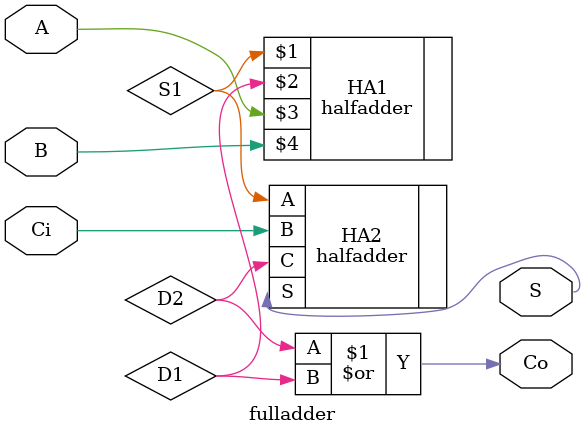
<source format=v>
`timescale 1ns / 1ps


module fulladder(S, Co, A, B, Ci);
    input A, B, Ci;
    output S, Co;
    wire S1, D1, D2;
    halfadder HA1(S1, D1, A, B);
    halfadder HA2(.A(S1), .B(Ci), .S(S), .C(D2));
    or G1(Co, D2, D1);
endmodule

</source>
